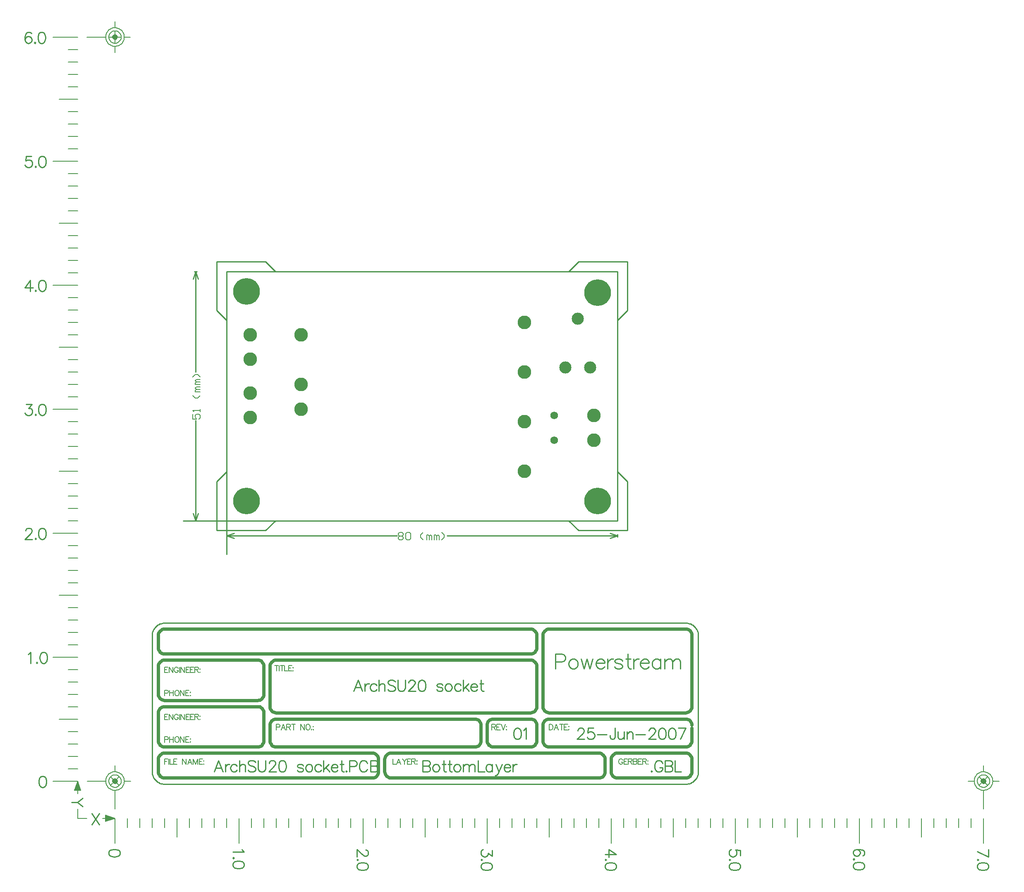
<source format=gbl>
%FSLAX23Y23*%
%MOIN*%
G70*
G01*
G75*
%ADD10C,0.040*%
%ADD11C,0.010*%
%ADD12C,0.030*%
%ADD13C,0.060*%
%ADD14C,0.009*%
%ADD15C,0.025*%
%ADD16C,0.008*%
%ADD17C,0.005*%
%ADD18C,0.006*%
%ADD19C,0.062*%
%ADD20C,0.215*%
%ADD21C,0.098*%
%ADD22C,0.110*%
%ADD23C,0.110*%
D11*
X11868Y6647D02*
X11868Y6657D01*
X11867Y6666D01*
X11864Y6676D01*
X11861Y6685D01*
X11857Y6694D01*
X11852Y6702D01*
X11846Y6710D01*
X11839Y6718D01*
X11832Y6724D01*
X11824Y6730D01*
X11816Y6735D01*
X11807Y6739D01*
X11798Y6742D01*
X11788Y6745D01*
X11778Y6746D01*
X11768Y6747D01*
Y5447D02*
X11778Y5447D01*
X11788Y5449D01*
X11798Y5451D01*
X11807Y5454D01*
X11816Y5459D01*
X11824Y5464D01*
X11832Y5470D01*
X11839Y5476D01*
X11846Y5483D01*
X11852Y5491D01*
X11857Y5500D01*
X11861Y5509D01*
X11864Y5518D01*
X11867Y5527D01*
X11868Y5537D01*
X11868Y5547D01*
X7468Y5548D02*
X7469Y5538D01*
X7470Y5528D01*
X7473Y5519D01*
X7476Y5510D01*
X7480Y5501D01*
X7485Y5492D01*
X7491Y5484D01*
X7497Y5477D01*
X7505Y5470D01*
X7512Y5464D01*
X7521Y5459D01*
X7530Y5455D01*
X7539Y5452D01*
X7548Y5449D01*
X7558Y5447D01*
X7568Y5447D01*
X7568Y6747D02*
X7559Y6746D01*
X7549Y6745D01*
X7539Y6742D01*
X7530Y6739D01*
X7521Y6735D01*
X7513Y6730D01*
X7505Y6724D01*
X7498Y6718D01*
X7491Y6710D01*
X7485Y6702D01*
X7480Y6694D01*
X7476Y6685D01*
X7473Y6676D01*
X7470Y6666D01*
X7469Y6657D01*
X7468Y6647D01*
Y5547D02*
Y6647D01*
X11868Y5547D02*
Y6647D01*
X7568Y6747D02*
X11768D01*
X7568Y5447D02*
X11768D01*
X8068Y7572D02*
Y9580D01*
X11218Y7572D02*
Y9580D01*
X8068D02*
X11218D01*
X8068Y7572D02*
X11218D01*
Y7442D02*
Y7462D01*
X8068Y7442D02*
Y7462D01*
X11158Y7432D02*
X11218Y7452D01*
X11158Y7472D02*
X11218Y7452D01*
X8068D02*
X8128Y7432D01*
X8068Y7452D02*
X8128Y7472D01*
X9844Y7452D02*
X11218D01*
X8068D02*
X9442D01*
X8068Y7302D02*
Y7572D01*
X7808Y9580D02*
X7828D01*
X7808Y7572D02*
X7828D01*
X7818Y9580D02*
X7838Y9520D01*
X7798D02*
X7818Y9580D01*
Y7572D02*
X7838Y7632D01*
X7798D02*
X7818Y7572D01*
Y8772D02*
Y9580D01*
Y7572D02*
Y8380D01*
X7718Y7572D02*
X8068D01*
Y7966D01*
Y7572D02*
X8462D01*
X7990Y7493D02*
Y7887D01*
Y7493D02*
X8383D01*
X8460Y7572D02*
X8462D01*
X8383Y7493D02*
X8462Y7572D01*
X8068Y7966D02*
X8068D01*
X7990Y7887D02*
X8068Y7966D01*
Y9582D02*
X8462D01*
X8068Y9188D02*
Y9582D01*
X7990Y9661D02*
X8383D01*
X7990Y9267D02*
Y9661D01*
X8068Y9188D02*
Y9190D01*
X7990Y9267D02*
X8068Y9188D01*
X8462Y9582D02*
Y9582D01*
X8383Y9661D02*
X8462Y9582D01*
X10825Y7572D02*
X11218D01*
Y7966D01*
X10904Y7493D02*
X11297D01*
Y7887D01*
X11218Y7964D02*
Y7966D01*
X11297Y7887D01*
X10825Y7572D02*
Y7572D01*
X10904Y7493D01*
X11218Y9188D02*
Y9582D01*
X10825D02*
X11218D01*
X11297Y9267D02*
Y9661D01*
X10904D02*
X11297D01*
X10825Y9582D02*
X10826D01*
X10825D02*
X10904Y9661D01*
X11218Y9188D02*
X11219D01*
X11218D02*
X11297Y9267D01*
D14*
X11493Y5555D02*
X11488Y5551D01*
X11493Y5547D01*
X11497Y5551D01*
X11493Y5555D01*
X11581Y5615D02*
X11577Y5624D01*
X11568Y5633D01*
X11560Y5637D01*
X11542D01*
X11534Y5633D01*
X11525Y5624D01*
X11521Y5615D01*
X11517Y5603D01*
Y5581D01*
X11521Y5568D01*
X11525Y5560D01*
X11534Y5551D01*
X11542Y5547D01*
X11560D01*
X11568Y5551D01*
X11577Y5560D01*
X11581Y5568D01*
Y5581D01*
X11560D02*
X11581D01*
X11602Y5637D02*
Y5547D01*
Y5637D02*
X11640D01*
X11653Y5633D01*
X11657Y5628D01*
X11662Y5620D01*
Y5611D01*
X11657Y5603D01*
X11653Y5598D01*
X11640Y5594D01*
X11602D02*
X11640D01*
X11653Y5590D01*
X11657Y5585D01*
X11662Y5577D01*
Y5564D01*
X11657Y5555D01*
X11653Y5551D01*
X11640Y5547D01*
X11602D01*
X11682Y5637D02*
Y5547D01*
X11733D01*
X9162Y6197D02*
X9128Y6287D01*
X9093Y6197D01*
X9106Y6227D02*
X9149D01*
X9183Y6257D02*
Y6197D01*
Y6231D02*
X9187Y6244D01*
X9196Y6253D01*
X9204Y6257D01*
X9217D01*
X9277Y6244D02*
X9268Y6253D01*
X9260Y6257D01*
X9247D01*
X9238Y6253D01*
X9230Y6244D01*
X9225Y6231D01*
Y6223D01*
X9230Y6210D01*
X9238Y6201D01*
X9247Y6197D01*
X9260D01*
X9268Y6201D01*
X9277Y6210D01*
X9296Y6287D02*
Y6197D01*
Y6240D02*
X9309Y6253D01*
X9318Y6257D01*
X9330D01*
X9339Y6253D01*
X9343Y6240D01*
Y6197D01*
X9427Y6274D02*
X9418Y6282D01*
X9405Y6287D01*
X9388D01*
X9375Y6282D01*
X9367Y6274D01*
Y6265D01*
X9371Y6257D01*
X9375Y6253D01*
X9384Y6248D01*
X9410Y6240D01*
X9418Y6235D01*
X9423Y6231D01*
X9427Y6223D01*
Y6210D01*
X9418Y6201D01*
X9405Y6197D01*
X9388D01*
X9375Y6201D01*
X9367Y6210D01*
X9447Y6287D02*
Y6223D01*
X9451Y6210D01*
X9460Y6201D01*
X9473Y6197D01*
X9481D01*
X9494Y6201D01*
X9503Y6210D01*
X9507Y6223D01*
Y6287D01*
X9536Y6265D02*
Y6270D01*
X9540Y6278D01*
X9545Y6282D01*
X9553Y6287D01*
X9570D01*
X9579Y6282D01*
X9583Y6278D01*
X9588Y6270D01*
Y6261D01*
X9583Y6253D01*
X9575Y6240D01*
X9532Y6197D01*
X9592D01*
X9638Y6287D02*
X9625Y6282D01*
X9616Y6270D01*
X9612Y6248D01*
Y6235D01*
X9616Y6214D01*
X9625Y6201D01*
X9638Y6197D01*
X9646D01*
X9659Y6201D01*
X9668Y6214D01*
X9672Y6235D01*
Y6248D01*
X9668Y6270D01*
X9659Y6282D01*
X9646Y6287D01*
X9638D01*
X9810Y6244D02*
X9806Y6253D01*
X9793Y6257D01*
X9780D01*
X9767Y6253D01*
X9763Y6244D01*
X9767Y6235D01*
X9776Y6231D01*
X9797Y6227D01*
X9806Y6223D01*
X9810Y6214D01*
Y6210D01*
X9806Y6201D01*
X9793Y6197D01*
X9780D01*
X9767Y6201D01*
X9763Y6210D01*
X9850Y6257D02*
X9842Y6253D01*
X9833Y6244D01*
X9829Y6231D01*
Y6223D01*
X9833Y6210D01*
X9842Y6201D01*
X9850Y6197D01*
X9863D01*
X9872Y6201D01*
X9880Y6210D01*
X9884Y6223D01*
Y6231D01*
X9880Y6244D01*
X9872Y6253D01*
X9863Y6257D01*
X9850D01*
X9956Y6244D02*
X9947Y6253D01*
X9938Y6257D01*
X9926D01*
X9917Y6253D01*
X9908Y6244D01*
X9904Y6231D01*
Y6223D01*
X9908Y6210D01*
X9917Y6201D01*
X9926Y6197D01*
X9938D01*
X9947Y6201D01*
X9956Y6210D01*
X9975Y6287D02*
Y6197D01*
X10018Y6257D02*
X9975Y6214D01*
X9992Y6231D02*
X10022Y6197D01*
X10036Y6231D02*
X10088D01*
Y6240D01*
X10083Y6248D01*
X10079Y6253D01*
X10070Y6257D01*
X10058D01*
X10049Y6253D01*
X10040Y6244D01*
X10036Y6231D01*
Y6223D01*
X10040Y6210D01*
X10049Y6201D01*
X10058Y6197D01*
X10070D01*
X10079Y6201D01*
X10088Y6210D01*
X10120Y6287D02*
Y6214D01*
X10124Y6201D01*
X10133Y6197D01*
X10141D01*
X10107Y6257D02*
X10137D01*
X8037Y5547D02*
X8003Y5637D01*
X7968Y5547D01*
X7981Y5577D02*
X8024D01*
X8058Y5607D02*
Y5547D01*
Y5581D02*
X8062Y5594D01*
X8071Y5603D01*
X8079Y5607D01*
X8092D01*
X8152Y5594D02*
X8143Y5603D01*
X8135Y5607D01*
X8122D01*
X8113Y5603D01*
X8105Y5594D01*
X8100Y5581D01*
Y5573D01*
X8105Y5560D01*
X8113Y5551D01*
X8122Y5547D01*
X8135D01*
X8143Y5551D01*
X8152Y5560D01*
X8171Y5637D02*
Y5547D01*
Y5590D02*
X8184Y5603D01*
X8193Y5607D01*
X8205D01*
X8214Y5603D01*
X8218Y5590D01*
Y5547D01*
X8302Y5624D02*
X8293Y5633D01*
X8280Y5637D01*
X8263D01*
X8250Y5633D01*
X8242Y5624D01*
Y5615D01*
X8246Y5607D01*
X8250Y5603D01*
X8259Y5598D01*
X8285Y5590D01*
X8293Y5585D01*
X8298Y5581D01*
X8302Y5573D01*
Y5560D01*
X8293Y5551D01*
X8280Y5547D01*
X8263D01*
X8250Y5551D01*
X8242Y5560D01*
X8322Y5637D02*
Y5573D01*
X8326Y5560D01*
X8335Y5551D01*
X8348Y5547D01*
X8356D01*
X8369Y5551D01*
X8378Y5560D01*
X8382Y5573D01*
Y5637D01*
X8411Y5615D02*
Y5620D01*
X8415Y5628D01*
X8420Y5633D01*
X8428Y5637D01*
X8445D01*
X8454Y5633D01*
X8458Y5628D01*
X8463Y5620D01*
Y5611D01*
X8458Y5603D01*
X8450Y5590D01*
X8407Y5547D01*
X8467D01*
X8513Y5637D02*
X8500Y5633D01*
X8491Y5620D01*
X8487Y5598D01*
Y5585D01*
X8491Y5564D01*
X8500Y5551D01*
X8513Y5547D01*
X8521D01*
X8534Y5551D01*
X8543Y5564D01*
X8547Y5585D01*
Y5598D01*
X8543Y5620D01*
X8534Y5633D01*
X8521Y5637D01*
X8513D01*
X8685Y5594D02*
X8681Y5603D01*
X8668Y5607D01*
X8655D01*
X8642Y5603D01*
X8638Y5594D01*
X8642Y5585D01*
X8651Y5581D01*
X8672Y5577D01*
X8681Y5573D01*
X8685Y5564D01*
Y5560D01*
X8681Y5551D01*
X8668Y5547D01*
X8655D01*
X8642Y5551D01*
X8638Y5560D01*
X8725Y5607D02*
X8717Y5603D01*
X8708Y5594D01*
X8704Y5581D01*
Y5573D01*
X8708Y5560D01*
X8717Y5551D01*
X8725Y5547D01*
X8738D01*
X8747Y5551D01*
X8755Y5560D01*
X8759Y5573D01*
Y5581D01*
X8755Y5594D01*
X8747Y5603D01*
X8738Y5607D01*
X8725D01*
X8831Y5594D02*
X8822Y5603D01*
X8813Y5607D01*
X8801D01*
X8792Y5603D01*
X8783Y5594D01*
X8779Y5581D01*
Y5573D01*
X8783Y5560D01*
X8792Y5551D01*
X8801Y5547D01*
X8813D01*
X8822Y5551D01*
X8831Y5560D01*
X8850Y5637D02*
Y5547D01*
X8893Y5607D02*
X8850Y5564D01*
X8867Y5581D02*
X8897Y5547D01*
X8911Y5581D02*
X8963D01*
Y5590D01*
X8958Y5598D01*
X8954Y5603D01*
X8945Y5607D01*
X8933D01*
X8924Y5603D01*
X8915Y5594D01*
X8911Y5581D01*
Y5573D01*
X8915Y5560D01*
X8924Y5551D01*
X8933Y5547D01*
X8945D01*
X8954Y5551D01*
X8963Y5560D01*
X8995Y5637D02*
Y5564D01*
X8999Y5551D01*
X9008Y5547D01*
X9016D01*
X8982Y5607D02*
X9012D01*
X9033Y5555D02*
X9029Y5551D01*
X9033Y5547D01*
X9038Y5551D01*
X9033Y5555D01*
X9057Y5590D02*
X9096D01*
X9109Y5594D01*
X9113Y5598D01*
X9117Y5607D01*
Y5620D01*
X9113Y5628D01*
X9109Y5633D01*
X9096Y5637D01*
X9057D01*
Y5547D01*
X9202Y5615D02*
X9197Y5624D01*
X9189Y5633D01*
X9180Y5637D01*
X9163D01*
X9155Y5633D01*
X9146Y5624D01*
X9142Y5615D01*
X9137Y5603D01*
Y5581D01*
X9142Y5568D01*
X9146Y5560D01*
X9155Y5551D01*
X9163Y5547D01*
X9180D01*
X9189Y5551D01*
X9197Y5560D01*
X9202Y5568D01*
X9227Y5637D02*
Y5547D01*
Y5637D02*
X9266D01*
X9278Y5633D01*
X9283Y5628D01*
X9287Y5620D01*
Y5611D01*
X9283Y5603D01*
X9278Y5598D01*
X9266Y5594D01*
X9227D02*
X9266D01*
X9278Y5590D01*
X9283Y5585D01*
X9287Y5577D01*
Y5564D01*
X9283Y5555D01*
X9278Y5551D01*
X9266Y5547D01*
X9227D01*
X9648Y5637D02*
Y5547D01*
Y5637D02*
X9687D01*
X9700Y5633D01*
X9704Y5628D01*
X9708Y5620D01*
Y5611D01*
X9704Y5603D01*
X9700Y5598D01*
X9687Y5594D01*
X9648D02*
X9687D01*
X9700Y5590D01*
X9704Y5585D01*
X9708Y5577D01*
Y5564D01*
X9704Y5555D01*
X9700Y5551D01*
X9687Y5547D01*
X9648D01*
X9750Y5607D02*
X9741Y5603D01*
X9733Y5594D01*
X9729Y5581D01*
Y5573D01*
X9733Y5560D01*
X9741Y5551D01*
X9750Y5547D01*
X9763D01*
X9771Y5551D01*
X9780Y5560D01*
X9784Y5573D01*
Y5581D01*
X9780Y5594D01*
X9771Y5603D01*
X9763Y5607D01*
X9750D01*
X9817Y5637D02*
Y5564D01*
X9821Y5551D01*
X9830Y5547D01*
X9838D01*
X9804Y5607D02*
X9834D01*
X9864Y5637D02*
Y5564D01*
X9868Y5551D01*
X9877Y5547D01*
X9885D01*
X9851Y5607D02*
X9881D01*
X9920D02*
X9911Y5603D01*
X9903Y5594D01*
X9898Y5581D01*
Y5573D01*
X9903Y5560D01*
X9911Y5551D01*
X9920Y5547D01*
X9933D01*
X9941Y5551D01*
X9950Y5560D01*
X9954Y5573D01*
Y5581D01*
X9950Y5594D01*
X9941Y5603D01*
X9933Y5607D01*
X9920D01*
X9974D02*
Y5547D01*
Y5590D02*
X9987Y5603D01*
X9995Y5607D01*
X10008D01*
X10017Y5603D01*
X10021Y5590D01*
Y5547D01*
Y5590D02*
X10034Y5603D01*
X10042Y5607D01*
X10055D01*
X10064Y5603D01*
X10068Y5590D01*
Y5547D01*
X10096Y5637D02*
Y5547D01*
X10148D01*
X10209Y5607D02*
Y5547D01*
Y5594D02*
X10200Y5603D01*
X10192Y5607D01*
X10179D01*
X10170Y5603D01*
X10162Y5594D01*
X10158Y5581D01*
Y5573D01*
X10162Y5560D01*
X10170Y5551D01*
X10179Y5547D01*
X10192D01*
X10200Y5551D01*
X10209Y5560D01*
X10237Y5607D02*
X10263Y5547D01*
X10289Y5607D02*
X10263Y5547D01*
X10254Y5530D01*
X10246Y5521D01*
X10237Y5517D01*
X10233D01*
X10304Y5581D02*
X10355D01*
Y5590D01*
X10351Y5598D01*
X10346Y5603D01*
X10338Y5607D01*
X10325D01*
X10316Y5603D01*
X10308Y5594D01*
X10304Y5581D01*
Y5573D01*
X10308Y5560D01*
X10316Y5551D01*
X10325Y5547D01*
X10338D01*
X10346Y5551D01*
X10355Y5560D01*
X10374Y5607D02*
Y5547D01*
Y5581D02*
X10379Y5594D01*
X10387Y5603D01*
X10396Y5607D01*
X10409D01*
X10407Y5899D02*
X10394Y5895D01*
X10385Y5882D01*
X10381Y5861D01*
Y5848D01*
X10385Y5826D01*
X10394Y5814D01*
X10407Y5809D01*
X10415D01*
X10428Y5814D01*
X10437Y5826D01*
X10441Y5848D01*
Y5861D01*
X10437Y5882D01*
X10428Y5895D01*
X10415Y5899D01*
X10407D01*
X10461Y5882D02*
X10470Y5886D01*
X10483Y5899D01*
Y5809D01*
X10718Y6434D02*
X10770D01*
X10787Y6440D01*
X10793Y6445D01*
X10798Y6457D01*
Y6474D01*
X10793Y6485D01*
X10787Y6491D01*
X10770Y6497D01*
X10718D01*
Y6377D01*
X10854Y6457D02*
X10842Y6451D01*
X10831Y6440D01*
X10825Y6423D01*
Y6411D01*
X10831Y6394D01*
X10842Y6383D01*
X10854Y6377D01*
X10871D01*
X10882Y6383D01*
X10894Y6394D01*
X10900Y6411D01*
Y6423D01*
X10894Y6440D01*
X10882Y6451D01*
X10871Y6457D01*
X10854D01*
X10926D02*
X10949Y6377D01*
X10972Y6457D02*
X10949Y6377D01*
X10972Y6457D02*
X10994Y6377D01*
X11017Y6457D02*
X10994Y6377D01*
X11045Y6423D02*
X11114D01*
Y6434D01*
X11108Y6445D01*
X11102Y6451D01*
X11091Y6457D01*
X11074D01*
X11062Y6451D01*
X11051Y6440D01*
X11045Y6423D01*
Y6411D01*
X11051Y6394D01*
X11062Y6383D01*
X11074Y6377D01*
X11091D01*
X11102Y6383D01*
X11114Y6394D01*
X11140Y6457D02*
Y6377D01*
Y6423D02*
X11145Y6440D01*
X11157Y6451D01*
X11168Y6457D01*
X11185D01*
X11259Y6440D02*
X11253Y6451D01*
X11236Y6457D01*
X11219D01*
X11202Y6451D01*
X11196Y6440D01*
X11202Y6428D01*
X11213Y6423D01*
X11242Y6417D01*
X11253Y6411D01*
X11259Y6400D01*
Y6394D01*
X11253Y6383D01*
X11236Y6377D01*
X11219D01*
X11202Y6383D01*
X11196Y6394D01*
X11301Y6497D02*
Y6400D01*
X11307Y6383D01*
X11318Y6377D01*
X11330D01*
X11284Y6457D02*
X11324D01*
X11347D02*
Y6377D01*
Y6423D02*
X11353Y6440D01*
X11364Y6451D01*
X11375Y6457D01*
X11393D01*
X11403Y6423D02*
X11472D01*
Y6434D01*
X11466Y6445D01*
X11461Y6451D01*
X11449Y6457D01*
X11432D01*
X11421Y6451D01*
X11409Y6440D01*
X11403Y6423D01*
Y6411D01*
X11409Y6394D01*
X11421Y6383D01*
X11432Y6377D01*
X11449D01*
X11461Y6383D01*
X11472Y6394D01*
X11566Y6457D02*
Y6377D01*
Y6440D02*
X11555Y6451D01*
X11543Y6457D01*
X11526D01*
X11515Y6451D01*
X11503Y6440D01*
X11498Y6423D01*
Y6411D01*
X11503Y6394D01*
X11515Y6383D01*
X11526Y6377D01*
X11543D01*
X11555Y6383D01*
X11566Y6394D01*
X11598Y6457D02*
Y6377D01*
Y6434D02*
X11615Y6451D01*
X11627Y6457D01*
X11644D01*
X11655Y6451D01*
X11661Y6434D01*
Y6377D01*
Y6434D02*
X11678Y6451D01*
X11690Y6457D01*
X11707D01*
X11718Y6451D01*
X11724Y6434D01*
Y6377D01*
X10898Y5878D02*
Y5882D01*
X10902Y5891D01*
X10906Y5895D01*
X10915Y5899D01*
X10932D01*
X10941Y5895D01*
X10945Y5891D01*
X10949Y5882D01*
Y5874D01*
X10945Y5865D01*
X10936Y5852D01*
X10893Y5809D01*
X10953D01*
X11025Y5899D02*
X10982D01*
X10978Y5861D01*
X10982Y5865D01*
X10995Y5869D01*
X11008D01*
X11021Y5865D01*
X11029Y5856D01*
X11034Y5844D01*
Y5835D01*
X11029Y5822D01*
X11021Y5814D01*
X11008Y5809D01*
X10995D01*
X10982Y5814D01*
X10978Y5818D01*
X10974Y5826D01*
X11054Y5848D02*
X11131D01*
X11200Y5899D02*
Y5831D01*
X11196Y5818D01*
X11192Y5814D01*
X11183Y5809D01*
X11175D01*
X11166Y5814D01*
X11162Y5818D01*
X11157Y5831D01*
Y5839D01*
X11223Y5869D02*
Y5826D01*
X11228Y5814D01*
X11236Y5809D01*
X11249D01*
X11258Y5814D01*
X11271Y5826D01*
Y5869D02*
Y5809D01*
X11294Y5869D02*
Y5809D01*
Y5852D02*
X11307Y5865D01*
X11316Y5869D01*
X11328D01*
X11337Y5865D01*
X11341Y5852D01*
Y5809D01*
X11365Y5848D02*
X11442D01*
X11473Y5878D02*
Y5882D01*
X11477Y5891D01*
X11481Y5895D01*
X11490Y5899D01*
X11507D01*
X11516Y5895D01*
X11520Y5891D01*
X11524Y5882D01*
Y5874D01*
X11520Y5865D01*
X11511Y5852D01*
X11469Y5809D01*
X11529D01*
X11574Y5899D02*
X11561Y5895D01*
X11553Y5882D01*
X11549Y5861D01*
Y5848D01*
X11553Y5826D01*
X11561Y5814D01*
X11574Y5809D01*
X11583D01*
X11596Y5814D01*
X11604Y5826D01*
X11609Y5848D01*
Y5861D01*
X11604Y5882D01*
X11596Y5895D01*
X11583Y5899D01*
X11574D01*
X11654D02*
X11642Y5895D01*
X11633Y5882D01*
X11629Y5861D01*
Y5848D01*
X11633Y5826D01*
X11642Y5814D01*
X11654Y5809D01*
X11663D01*
X11676Y5814D01*
X11684Y5826D01*
X11689Y5848D01*
Y5861D01*
X11684Y5882D01*
X11676Y5895D01*
X11663Y5899D01*
X11654D01*
X11769D02*
X11726Y5809D01*
X11709Y5899D02*
X11769D01*
X6908Y5334D02*
X6866Y5300D01*
X6818D01*
X6908Y5266D02*
X6866Y5300D01*
X6981Y5212D02*
X7041Y5122D01*
Y5212D02*
X6981Y5122D01*
X13196Y4870D02*
X13204Y4875D01*
X13208Y4888D01*
Y4896D01*
X13204Y4909D01*
X13191Y4918D01*
X13170Y4922D01*
X13148D01*
X13131Y4918D01*
X13123Y4909D01*
X13118Y4896D01*
Y4892D01*
X13123Y4879D01*
X13131Y4870D01*
X13144Y4866D01*
X13148D01*
X13161Y4870D01*
X13170Y4879D01*
X13174Y4892D01*
Y4896D01*
X13170Y4909D01*
X13161Y4918D01*
X13148Y4922D01*
X13127Y4842D02*
X13123Y4846D01*
X13118Y4842D01*
X13123Y4838D01*
X13127Y4842D01*
X13208Y4792D02*
X13204Y4805D01*
X13191Y4814D01*
X13170Y4818D01*
X13157D01*
X13136Y4814D01*
X13123Y4805D01*
X13118Y4792D01*
Y4784D01*
X13123Y4771D01*
X13136Y4762D01*
X13157Y4758D01*
X13170D01*
X13191Y4762D01*
X13204Y4771D01*
X13208Y4784D01*
Y4792D01*
X11208Y4879D02*
X11148Y4922D01*
Y4858D01*
X11208Y4879D02*
X11118D01*
X11127Y4837D02*
X11123Y4842D01*
X11118Y4837D01*
X11123Y4833D01*
X11127Y4837D01*
X11208Y4788D02*
X11204Y4801D01*
X11191Y4809D01*
X11170Y4813D01*
X11157D01*
X11136Y4809D01*
X11123Y4801D01*
X11118Y4788D01*
Y4779D01*
X11123Y4766D01*
X11136Y4758D01*
X11157Y4753D01*
X11170D01*
X11191Y4758D01*
X11204Y4766D01*
X11208Y4779D01*
Y4788D01*
X9187Y4918D02*
X9191D01*
X9200Y4913D01*
X9204Y4909D01*
X9208Y4900D01*
Y4883D01*
X9204Y4875D01*
X9200Y4870D01*
X9191Y4866D01*
X9183D01*
X9174Y4870D01*
X9161Y4879D01*
X9118Y4922D01*
Y4862D01*
X9127Y4837D02*
X9123Y4842D01*
X9118Y4837D01*
X9123Y4833D01*
X9127Y4837D01*
X9208Y4788D02*
X9204Y4801D01*
X9191Y4809D01*
X9170Y4813D01*
X9157D01*
X9136Y4809D01*
X9123Y4801D01*
X9118Y4788D01*
Y4779D01*
X9123Y4766D01*
X9136Y4758D01*
X9157Y4753D01*
X9170D01*
X9191Y4758D01*
X9204Y4766D01*
X9208Y4779D01*
Y4788D01*
X7208Y4896D02*
X7204Y4909D01*
X7191Y4918D01*
X7170Y4922D01*
X7157D01*
X7136Y4918D01*
X7123Y4909D01*
X7118Y4896D01*
Y4888D01*
X7123Y4875D01*
X7136Y4866D01*
X7157Y4862D01*
X7170D01*
X7191Y4866D01*
X7204Y4875D01*
X7208Y4888D01*
Y4896D01*
X8191Y4922D02*
X8196Y4913D01*
X8208Y4900D01*
X8118D01*
X8127Y4852D02*
X8123Y4856D01*
X8118Y4852D01*
X8123Y4847D01*
X8127Y4852D01*
X8208Y4802D02*
X8204Y4815D01*
X8191Y4823D01*
X8170Y4828D01*
X8157D01*
X8136Y4823D01*
X8123Y4815D01*
X8118Y4802D01*
Y4793D01*
X8123Y4780D01*
X8136Y4772D01*
X8157Y4768D01*
X8170D01*
X8191Y4772D01*
X8204Y4780D01*
X8208Y4793D01*
Y4802D01*
X10208Y4913D02*
Y4866D01*
X10174Y4892D01*
Y4879D01*
X10170Y4870D01*
X10166Y4866D01*
X10153Y4862D01*
X10144D01*
X10131Y4866D01*
X10123Y4875D01*
X10118Y4888D01*
Y4900D01*
X10123Y4913D01*
X10127Y4918D01*
X10136Y4922D01*
X10127Y4837D02*
X10123Y4842D01*
X10118Y4837D01*
X10123Y4833D01*
X10127Y4837D01*
X10208Y4788D02*
X10204Y4801D01*
X10191Y4809D01*
X10170Y4813D01*
X10157D01*
X10136Y4809D01*
X10123Y4801D01*
X10118Y4788D01*
Y4779D01*
X10123Y4766D01*
X10136Y4758D01*
X10157Y4753D01*
X10170D01*
X10191Y4758D01*
X10204Y4766D01*
X10208Y4779D01*
Y4788D01*
X12208Y4870D02*
Y4913D01*
X12170Y4918D01*
X12174Y4913D01*
X12178Y4900D01*
Y4888D01*
X12174Y4875D01*
X12166Y4866D01*
X12153Y4862D01*
X12144D01*
X12131Y4866D01*
X12123Y4875D01*
X12118Y4888D01*
Y4900D01*
X12123Y4913D01*
X12127Y4918D01*
X12136Y4922D01*
X12127Y4837D02*
X12123Y4842D01*
X12118Y4837D01*
X12123Y4833D01*
X12127Y4837D01*
X12208Y4788D02*
X12204Y4801D01*
X12191Y4809D01*
X12170Y4813D01*
X12157D01*
X12136Y4809D01*
X12123Y4801D01*
X12118Y4788D01*
Y4779D01*
X12123Y4766D01*
X12136Y4758D01*
X12157Y4753D01*
X12170D01*
X12191Y4758D01*
X12204Y4766D01*
X12208Y4779D01*
Y4788D01*
X14208Y4862D02*
X14118Y4905D01*
X14208Y4922D02*
Y4862D01*
X14127Y4837D02*
X14123Y4842D01*
X14118Y4837D01*
X14123Y4833D01*
X14127Y4837D01*
X14208Y4788D02*
X14204Y4801D01*
X14191Y4809D01*
X14170Y4813D01*
X14157D01*
X14136Y4809D01*
X14123Y4801D01*
X14118Y4788D01*
Y4779D01*
X14123Y4766D01*
X14136Y4758D01*
X14157Y4753D01*
X14170D01*
X14191Y4758D01*
X14204Y4766D01*
X14208Y4779D01*
Y4788D01*
X6495Y10512D02*
X6452D01*
X6448Y10473D01*
X6452Y10478D01*
X6465Y10482D01*
X6478D01*
X6491Y10478D01*
X6499Y10469D01*
X6503Y10456D01*
Y10448D01*
X6499Y10435D01*
X6491Y10426D01*
X6478Y10422D01*
X6465D01*
X6452Y10426D01*
X6448Y10430D01*
X6443Y10439D01*
X6528Y10430D02*
X6524Y10426D01*
X6528Y10422D01*
X6532Y10426D01*
X6528Y10430D01*
X6578Y10512D02*
X6565Y10507D01*
X6556Y10495D01*
X6552Y10473D01*
Y10460D01*
X6556Y10439D01*
X6565Y10426D01*
X6578Y10422D01*
X6586D01*
X6599Y10426D01*
X6608Y10439D01*
X6612Y10460D01*
Y10473D01*
X6608Y10495D01*
X6599Y10507D01*
X6586Y10512D01*
X6578D01*
X6452Y8512D02*
X6499D01*
X6473Y8478D01*
X6486D01*
X6495Y8473D01*
X6499Y8469D01*
X6503Y8456D01*
Y8448D01*
X6499Y8435D01*
X6491Y8426D01*
X6478Y8422D01*
X6465D01*
X6452Y8426D01*
X6448Y8430D01*
X6443Y8439D01*
X6528Y8430D02*
X6524Y8426D01*
X6528Y8422D01*
X6532Y8426D01*
X6528Y8430D01*
X6578Y8512D02*
X6565Y8507D01*
X6556Y8495D01*
X6552Y8473D01*
Y8460D01*
X6556Y8439D01*
X6565Y8426D01*
X6578Y8422D01*
X6586D01*
X6599Y8426D01*
X6608Y8439D01*
X6612Y8460D01*
Y8473D01*
X6608Y8495D01*
X6599Y8507D01*
X6586Y8512D01*
X6578D01*
X6468Y6495D02*
X6477Y6499D01*
X6490Y6512D01*
Y6422D01*
X6539Y6430D02*
X6534Y6426D01*
X6539Y6422D01*
X6543Y6426D01*
X6539Y6430D01*
X6588Y6512D02*
X6576Y6508D01*
X6567Y6495D01*
X6563Y6473D01*
Y6460D01*
X6567Y6439D01*
X6576Y6426D01*
X6588Y6422D01*
X6597D01*
X6610Y6426D01*
X6618Y6439D01*
X6623Y6460D01*
Y6473D01*
X6618Y6495D01*
X6610Y6508D01*
X6597Y6512D01*
X6588D01*
X6582Y5512D02*
X6569Y5508D01*
X6560Y5495D01*
X6556Y5473D01*
Y5460D01*
X6560Y5439D01*
X6569Y5426D01*
X6582Y5422D01*
X6590D01*
X6603Y5426D01*
X6612Y5439D01*
X6616Y5460D01*
Y5473D01*
X6612Y5495D01*
X6603Y5508D01*
X6590Y5512D01*
X6582D01*
X6448Y7490D02*
Y7495D01*
X6452Y7503D01*
X6456Y7508D01*
X6465Y7512D01*
X6482D01*
X6491Y7508D01*
X6495Y7503D01*
X6499Y7495D01*
Y7486D01*
X6495Y7478D01*
X6486Y7465D01*
X6443Y7422D01*
X6503D01*
X6528Y7430D02*
X6524Y7426D01*
X6528Y7422D01*
X6532Y7426D01*
X6528Y7430D01*
X6578Y7512D02*
X6565Y7508D01*
X6556Y7495D01*
X6552Y7473D01*
Y7460D01*
X6556Y7439D01*
X6565Y7426D01*
X6578Y7422D01*
X6586D01*
X6599Y7426D01*
X6608Y7439D01*
X6612Y7460D01*
Y7473D01*
X6608Y7495D01*
X6599Y7508D01*
X6586Y7512D01*
X6578D01*
X6486Y9512D02*
X6443Y9452D01*
X6508D01*
X6486Y9512D02*
Y9422D01*
X6528Y9430D02*
X6524Y9426D01*
X6528Y9422D01*
X6532Y9426D01*
X6528Y9430D01*
X6578Y9512D02*
X6565Y9507D01*
X6556Y9495D01*
X6552Y9473D01*
Y9460D01*
X6556Y9439D01*
X6565Y9426D01*
X6578Y9422D01*
X6586D01*
X6599Y9426D01*
X6608Y9439D01*
X6612Y9460D01*
Y9473D01*
X6608Y9495D01*
X6599Y9507D01*
X6586Y9512D01*
X6578D01*
X6495Y11499D02*
X6491Y11507D01*
X6478Y11512D01*
X6469D01*
X6456Y11507D01*
X6448Y11495D01*
X6443Y11473D01*
Y11452D01*
X6448Y11435D01*
X6456Y11426D01*
X6469Y11422D01*
X6473D01*
X6486Y11426D01*
X6495Y11435D01*
X6499Y11448D01*
Y11452D01*
X6495Y11465D01*
X6486Y11473D01*
X6473Y11478D01*
X6469D01*
X6456Y11473D01*
X6448Y11465D01*
X6443Y11452D01*
X6523Y11430D02*
X6519Y11426D01*
X6523Y11422D01*
X6527Y11426D01*
X6523Y11430D01*
X6573Y11512D02*
X6560Y11507D01*
X6551Y11495D01*
X6547Y11473D01*
Y11460D01*
X6551Y11439D01*
X6560Y11426D01*
X6573Y11422D01*
X6581D01*
X6594Y11426D01*
X6603Y11439D01*
X6607Y11460D01*
Y11473D01*
X6603Y11495D01*
X6594Y11507D01*
X6581Y11512D01*
X6573D01*
D15*
X9293Y5647D02*
X9293Y5657D01*
X9290Y5666D01*
X9285Y5675D01*
X9279Y5682D01*
X9271Y5688D01*
X9263Y5693D01*
X9253Y5696D01*
X9243Y5697D01*
X9245Y5497D02*
X9254Y5498D01*
X9264Y5500D01*
X9272Y5505D01*
X9280Y5511D01*
X9286Y5519D01*
X9290Y5527D01*
X9293Y5537D01*
X9293Y5546D01*
X9393Y5697D02*
X9384Y5696D01*
X9374Y5693D01*
X9366Y5688D01*
X9358Y5682D01*
X9352Y5675D01*
X9347Y5666D01*
X9344Y5657D01*
X9343Y5647D01*
Y5547D02*
X9344Y5537D01*
X9347Y5528D01*
X9352Y5519D01*
X9358Y5512D01*
X9365Y5506D01*
X9374Y5501D01*
X9383Y5498D01*
X9393Y5497D01*
X11118Y5647D02*
X11118Y5657D01*
X11115Y5666D01*
X11110Y5675D01*
X11104Y5682D01*
X11096Y5688D01*
X11088Y5693D01*
X11078Y5696D01*
X11068Y5697D01*
X11070Y5497D02*
X11079Y5498D01*
X11089Y5500D01*
X11097Y5505D01*
X11105Y5511D01*
X11111Y5519D01*
X11115Y5527D01*
X11118Y5537D01*
X11118Y5546D01*
X11168Y5546D02*
X11169Y5536D01*
X11172Y5527D01*
X11177Y5518D01*
X11183Y5511D01*
X11191Y5505D01*
X11199Y5500D01*
X11209Y5498D01*
X11218Y5497D01*
X11218Y5697D02*
X11209Y5696D01*
X11199Y5693D01*
X11191Y5688D01*
X11183Y5682D01*
X11177Y5675D01*
X11172Y5666D01*
X11169Y5657D01*
X11168Y5647D01*
X8368Y6398D02*
X8368Y6407D01*
X8365Y6417D01*
X8360Y6425D01*
X8354Y6432D01*
X8347Y6439D01*
X8338Y6443D01*
X8329Y6446D01*
X8319Y6447D01*
X8320Y6122D02*
X8330Y6123D01*
X8339Y6125D01*
X8347Y6130D01*
X8354Y6136D01*
X8360Y6143D01*
X8365Y6151D01*
X8368Y6160D01*
X8368Y6170D01*
Y6023D02*
X8368Y6033D01*
X8365Y6042D01*
X8360Y6051D01*
X8354Y6058D01*
X8346Y6064D01*
X8337Y6069D01*
X8328Y6071D01*
X8318Y6072D01*
X8418Y6071D02*
X8419Y6061D01*
X8422Y6052D01*
X8427Y6044D01*
X8433Y6036D01*
X8440Y6030D01*
X8449Y6026D01*
X8458Y6023D01*
X8467Y6022D01*
X8418Y5796D02*
X8419Y5786D01*
X8422Y5777D01*
X8427Y5769D01*
X8433Y5761D01*
X8440Y5755D01*
X8449Y5751D01*
X8458Y5748D01*
X8467Y5747D01*
X8319D02*
X8329Y5748D01*
X8338Y5751D01*
X8347Y5755D01*
X8354Y5761D01*
X8360Y5769D01*
X8365Y5777D01*
X8368Y5786D01*
X8368Y5796D01*
X10118Y5923D02*
X10118Y5932D01*
X10115Y5942D01*
X10110Y5950D01*
X10104Y5957D01*
X10097Y5964D01*
X10088Y5968D01*
X10079Y5971D01*
X10069Y5972D01*
Y5747D02*
X10079Y5748D01*
X10088Y5751D01*
X10097Y5755D01*
X10104Y5761D01*
X10111Y5769D01*
X10115Y5778D01*
X10118Y5787D01*
X10118Y5797D01*
X10168Y5798D02*
X10169Y5788D01*
X10172Y5778D01*
X10177Y5770D01*
X10183Y5762D01*
X10191Y5756D01*
X10199Y5751D01*
X10209Y5748D01*
X10219Y5747D01*
X10216Y5972D02*
X10207Y5971D01*
X10198Y5968D01*
X10189Y5963D01*
X10182Y5957D01*
X10176Y5949D01*
X10171Y5940D01*
X10169Y5931D01*
X10169Y5921D01*
X8468Y5972D02*
X8459Y5971D01*
X8449Y5968D01*
X8441Y5963D01*
X8433Y5957D01*
X8427Y5950D01*
X8422Y5941D01*
X8419Y5932D01*
X8418Y5922D01*
X8468Y6447D02*
X8459Y6446D01*
X8449Y6443D01*
X8441Y6438D01*
X8433Y6432D01*
X8427Y6425D01*
X8422Y6416D01*
X8419Y6407D01*
X8418Y6397D01*
X7518Y5797D02*
X7519Y5787D01*
X7522Y5778D01*
X7527Y5769D01*
X7533Y5762D01*
X7540Y5756D01*
X7549Y5751D01*
X7558Y5748D01*
X7568Y5747D01*
X7568Y6072D02*
X7559Y6071D01*
X7549Y6068D01*
X7541Y6063D01*
X7533Y6057D01*
X7527Y6050D01*
X7522Y6041D01*
X7519Y6032D01*
X7518Y6022D01*
Y6172D02*
X7519Y6162D01*
X7522Y6153D01*
X7527Y6144D01*
X7533Y6136D01*
X7541Y6130D01*
X7549Y6126D01*
X7559Y6123D01*
X7568Y6122D01*
Y6447D02*
X7559Y6446D01*
X7549Y6443D01*
X7541Y6438D01*
X7533Y6432D01*
X7527Y6425D01*
X7522Y6416D01*
X7519Y6407D01*
X7518Y6397D01*
Y6547D02*
X7519Y6537D01*
X7522Y6528D01*
X7527Y6519D01*
X7533Y6511D01*
X7541Y6505D01*
X7549Y6501D01*
X7559Y6498D01*
X7568Y6497D01*
Y6697D02*
X7559Y6696D01*
X7549Y6693D01*
X7541Y6688D01*
X7533Y6682D01*
X7527Y6675D01*
X7522Y6666D01*
X7519Y6657D01*
X7518Y6647D01*
X10568D02*
X10568Y6657D01*
X10565Y6666D01*
X10560Y6675D01*
X10554Y6682D01*
X10546Y6688D01*
X10538Y6693D01*
X10528Y6696D01*
X10518Y6697D01*
X10668D02*
X10659Y6696D01*
X10649Y6693D01*
X10641Y6688D01*
X10633Y6682D01*
X10627Y6675D01*
X10622Y6666D01*
X10619Y6657D01*
X10618Y6647D01*
X10518Y6497D02*
X10528Y6498D01*
X10538Y6501D01*
X10546Y6505D01*
X10554Y6511D01*
X10560Y6519D01*
X10565Y6528D01*
X10568Y6537D01*
X10568Y6547D01*
Y6397D02*
X10568Y6407D01*
X10565Y6416D01*
X10560Y6425D01*
X10554Y6432D01*
X10546Y6438D01*
X10538Y6443D01*
X10528Y6446D01*
X10518Y6447D01*
X7568Y5697D02*
X7559Y5696D01*
X7549Y5693D01*
X7541Y5688D01*
X7533Y5682D01*
X7527Y5675D01*
X7522Y5666D01*
X7519Y5657D01*
X7518Y5647D01*
X10519Y6022D02*
X10529Y6023D01*
X10538Y6026D01*
X10547Y6031D01*
X10554Y6037D01*
X10560Y6044D01*
X10565Y6053D01*
X10568Y6062D01*
X10569Y6072D01*
X7518Y5547D02*
X7519Y5537D01*
X7522Y5528D01*
X7527Y5519D01*
X7533Y5512D01*
X7540Y5506D01*
X7549Y5501D01*
X7558Y5498D01*
X7568Y5497D01*
X10568Y5923D02*
X10568Y5932D01*
X10565Y5942D01*
X10560Y5950D01*
X10554Y5957D01*
X10547Y5964D01*
X10538Y5968D01*
X10529Y5971D01*
X10519Y5972D01*
X10618Y5796D02*
X10619Y5786D01*
X10622Y5777D01*
X10627Y5768D01*
X10633Y5761D01*
X10641Y5755D01*
X10649Y5750D01*
X10659Y5748D01*
X10668Y5747D01*
X10518Y5747D02*
X10528Y5748D01*
X10538Y5751D01*
X10546Y5755D01*
X10554Y5761D01*
X10560Y5769D01*
X10565Y5778D01*
X10568Y5787D01*
X10568Y5797D01*
X11768Y5497D02*
X11778Y5498D01*
X11788Y5501D01*
X11796Y5505D01*
X11804Y5511D01*
X11810Y5519D01*
X11815Y5528D01*
X11818Y5537D01*
X11818Y5547D01*
X11818Y5648D02*
X11817Y5657D01*
X11814Y5667D01*
X11810Y5675D01*
X11804Y5682D01*
X11796Y5689D01*
X11787Y5693D01*
X11778Y5696D01*
X11768Y5697D01*
Y5747D02*
X11778Y5748D01*
X11788Y5751D01*
X11796Y5755D01*
X11804Y5761D01*
X11810Y5769D01*
X11815Y5778D01*
X11818Y5787D01*
X11818Y5797D01*
Y6648D02*
X11818Y6658D01*
X11815Y6667D01*
X11810Y6676D01*
X11804Y6683D01*
X11796Y6689D01*
X11787Y6694D01*
X11778Y6696D01*
X11768Y6697D01*
X10618Y6072D02*
X10619Y6062D01*
X10622Y6053D01*
X10627Y6044D01*
X10633Y6036D01*
X10641Y6030D01*
X10649Y6026D01*
X10659Y6023D01*
X10668Y6022D01*
X11768D02*
X11778Y6023D01*
X11788Y6026D01*
X11796Y6030D01*
X11804Y6036D01*
X11810Y6044D01*
X11815Y6053D01*
X11818Y6062D01*
X11818Y6072D01*
X10668Y5972D02*
X10659Y5971D01*
X10649Y5968D01*
X10641Y5963D01*
X10633Y5957D01*
X10627Y5950D01*
X10622Y5941D01*
X10619Y5932D01*
X10618Y5922D01*
X11818Y5923D02*
X11818Y5932D01*
X11815Y5942D01*
X11810Y5950D01*
X11804Y5957D01*
X11797Y5964D01*
X11788Y5968D01*
X11779Y5971D01*
X11769Y5972D01*
X10618Y5797D02*
Y5922D01*
X11818Y6072D02*
Y6647D01*
X10618Y6072D02*
Y6647D01*
X7518Y5547D02*
Y5647D01*
X11818Y5797D02*
Y5897D01*
Y5547D02*
Y5647D01*
X10568Y5797D02*
Y5922D01*
X10168Y5797D02*
Y5922D01*
X8418Y5797D02*
Y5922D01*
X10118Y5797D02*
Y5922D01*
X8418Y6072D02*
Y6397D01*
X10568Y6072D02*
Y6397D01*
Y6547D02*
Y6647D01*
X7518Y6547D02*
Y6647D01*
X8368Y6172D02*
Y6397D01*
X7518Y6172D02*
Y6397D01*
X8368Y5797D02*
Y6022D01*
X7518Y5797D02*
Y6022D01*
X11168Y5547D02*
Y5647D01*
X11118Y5547D02*
Y5647D01*
X9343Y5547D02*
Y5647D01*
X9293Y5547D02*
Y5647D01*
X10668Y5972D02*
X11768D01*
X10668Y6022D02*
X11768D01*
X8468D02*
X10518D01*
X10668Y6697D02*
X11768D01*
X10668Y5747D02*
X11768D01*
X10218Y5972D02*
X10518D01*
X10218Y5747D02*
X10518D01*
X8468D02*
X10068D01*
X8468Y5972D02*
X10068D01*
X8468Y6447D02*
X10518D01*
X7568Y6497D02*
X10518D01*
X7568Y6447D02*
X8318D01*
X7568Y6122D02*
X8318D01*
X7568Y6072D02*
X8318D01*
X7568Y5747D02*
X8318D01*
X7568Y6697D02*
X10518D01*
X11218Y5697D02*
X11768D01*
X11218Y5497D02*
X11768D01*
X9393Y5697D02*
X11068D01*
X7568D02*
X9243D01*
X7568Y5497D02*
X9243D01*
X9393D02*
X11068D01*
D16*
X7184Y5472D02*
X7180Y5481D01*
X7171Y5487D01*
X7161Y5485D01*
X7154Y5477D01*
Y5467D01*
X7161Y5459D01*
X7171Y5457D01*
X7180Y5462D01*
X7184Y5472D01*
X7179D02*
X7174Y5480D01*
X7164D01*
X7159Y5472D01*
X7164Y5463D01*
X7174D01*
X7179Y5472D01*
X7189D02*
X7186Y5481D01*
X7180Y5488D01*
X7171Y5492D01*
X7161Y5490D01*
X7154Y5485D01*
X7149Y5477D01*
Y5467D01*
X7154Y5459D01*
X7161Y5453D01*
X7171Y5452D01*
X7180Y5455D01*
X7186Y5462D01*
X7189Y5472D01*
X7174D02*
X7166Y5476D01*
Y5467D01*
X7174Y5472D01*
X7171D02*
X7166D01*
X7171D01*
X7244D02*
X7243Y5482D01*
X7241Y5492D01*
X7238Y5501D01*
X7233Y5510D01*
X7227Y5518D01*
X7221Y5526D01*
X7213Y5532D01*
X7205Y5538D01*
X7195Y5542D01*
X7186Y5545D01*
X7176Y5546D01*
X7166Y5547D01*
X7156Y5546D01*
X7146Y5543D01*
X7137Y5540D01*
X7128Y5535D01*
X7120Y5529D01*
X7113Y5522D01*
X7107Y5514D01*
X7102Y5506D01*
X7098Y5496D01*
X7095Y5487D01*
X7094Y5477D01*
Y5467D01*
X7095Y5457D01*
X7098Y5447D01*
X7102Y5438D01*
X7107Y5429D01*
X7113Y5421D01*
X7120Y5415D01*
X7128Y5409D01*
X7137Y5404D01*
X7146Y5400D01*
X7156Y5398D01*
X7166Y5397D01*
X7176Y5397D01*
X7186Y5399D01*
X7195Y5402D01*
X7205Y5406D01*
X7213Y5411D01*
X7221Y5418D01*
X7227Y5425D01*
X7233Y5434D01*
X7238Y5443D01*
X7241Y5452D01*
X7243Y5462D01*
X7244Y5472D01*
X7219D02*
X7217Y5482D01*
X7214Y5492D01*
X7210Y5500D01*
X7203Y5508D01*
X7195Y5514D01*
X7186Y5519D01*
X7176Y5521D01*
X7166Y5522D01*
X7156Y5520D01*
X7146Y5517D01*
X7138Y5511D01*
X7131Y5504D01*
X7125Y5496D01*
X7121Y5487D01*
X7119Y5477D01*
Y5467D01*
X7121Y5457D01*
X7125Y5448D01*
X7131Y5439D01*
X7138Y5432D01*
X7146Y5427D01*
X7156Y5423D01*
X7166Y5422D01*
X7176Y5422D01*
X7186Y5425D01*
X7195Y5429D01*
X7203Y5436D01*
X7210Y5443D01*
X7214Y5452D01*
X7217Y5462D01*
X7219Y5472D01*
X7218Y11472D02*
X7217Y11482D01*
X7214Y11492D01*
X7210Y11500D01*
X7203Y11508D01*
X7195Y11514D01*
X7186Y11519D01*
X7176Y11521D01*
X7166Y11522D01*
X7156Y11520D01*
X7146Y11517D01*
X7138Y11511D01*
X7131Y11504D01*
X7125Y11496D01*
X7121Y11487D01*
X7119Y11477D01*
Y11467D01*
X7121Y11457D01*
X7125Y11448D01*
X7131Y11439D01*
X7138Y11432D01*
X7146Y11427D01*
X7156Y11423D01*
X7166Y11422D01*
X7176Y11422D01*
X7186Y11425D01*
X7195Y11429D01*
X7203Y11436D01*
X7210Y11443D01*
X7214Y11452D01*
X7217Y11462D01*
X7218Y11472D01*
X7188D02*
X7186Y11481D01*
X7180Y11488D01*
X7171Y11492D01*
X7161Y11491D01*
X7154Y11485D01*
X7149Y11477D01*
Y11467D01*
X7154Y11459D01*
X7161Y11453D01*
X7171Y11452D01*
X7180Y11455D01*
X7186Y11463D01*
X7188Y11472D01*
X7183D02*
X7180Y11481D01*
X7171Y11487D01*
X7161Y11485D01*
X7154Y11477D01*
Y11467D01*
X7161Y11459D01*
X7171Y11457D01*
X7180Y11462D01*
X7183Y11472D01*
X7178D02*
X7173Y11480D01*
X7163D01*
X7158Y11472D01*
X7163Y11463D01*
X7173D01*
X7178Y11472D01*
X7173D02*
X7166Y11476D01*
Y11467D01*
X7173Y11472D01*
X7171D02*
X7166D01*
X7171D01*
X7243D02*
X7243Y11482D01*
X7241Y11492D01*
X7238Y11501D01*
X7233Y11510D01*
X7227Y11518D01*
X7221Y11526D01*
X7213Y11532D01*
X7205Y11538D01*
X7195Y11542D01*
X7186Y11545D01*
X7176Y11546D01*
X7166Y11547D01*
X7156Y11546D01*
X7146Y11543D01*
X7137Y11540D01*
X7128Y11535D01*
X7120Y11529D01*
X7113Y11522D01*
X7107Y11514D01*
X7102Y11506D01*
X7098Y11496D01*
X7095Y11487D01*
X7094Y11477D01*
Y11467D01*
X7095Y11457D01*
X7098Y11447D01*
X7102Y11438D01*
X7107Y11429D01*
X7113Y11421D01*
X7120Y11415D01*
X7128Y11409D01*
X7137Y11404D01*
X7146Y11400D01*
X7156Y11398D01*
X7166Y11397D01*
X7176Y11397D01*
X7186Y11399D01*
X7195Y11402D01*
X7205Y11406D01*
X7213Y11411D01*
X7221Y11418D01*
X7227Y11425D01*
X7233Y11434D01*
X7238Y11443D01*
X7241Y11452D01*
X7243Y11462D01*
X7243Y11472D01*
X14179Y5472D02*
X14174Y5480D01*
X14164D01*
X14159Y5472D01*
X14164Y5463D01*
X14174D01*
X14179Y5472D01*
X14184D02*
X14180Y5481D01*
X14171Y5487D01*
X14161Y5485D01*
X14154Y5477D01*
Y5467D01*
X14161Y5459D01*
X14171Y5457D01*
X14180Y5462D01*
X14184Y5472D01*
X14189D02*
X14186Y5481D01*
X14180Y5488D01*
X14171Y5492D01*
X14161Y5490D01*
X14154Y5485D01*
X14149Y5477D01*
Y5467D01*
X14154Y5459D01*
X14161Y5453D01*
X14171Y5452D01*
X14180Y5455D01*
X14186Y5462D01*
X14189Y5472D01*
X14174D02*
X14166Y5476D01*
Y5467D01*
X14174Y5472D01*
X14171D02*
X14166D01*
X14171D01*
X14244D02*
X14243Y5482D01*
X14241Y5492D01*
X14238Y5501D01*
X14233Y5510D01*
X14227Y5518D01*
X14221Y5526D01*
X14213Y5532D01*
X14205Y5538D01*
X14195Y5542D01*
X14186Y5545D01*
X14176Y5546D01*
X14166Y5547D01*
X14156Y5546D01*
X14146Y5543D01*
X14137Y5540D01*
X14128Y5535D01*
X14120Y5529D01*
X14113Y5522D01*
X14107Y5514D01*
X14102Y5506D01*
X14098Y5496D01*
X14095Y5487D01*
X14094Y5477D01*
Y5467D01*
X14095Y5457D01*
X14098Y5447D01*
X14102Y5438D01*
X14107Y5429D01*
X14113Y5421D01*
X14120Y5415D01*
X14128Y5409D01*
X14137Y5404D01*
X14146Y5400D01*
X14156Y5398D01*
X14166Y5397D01*
X14176Y5397D01*
X14186Y5399D01*
X14195Y5402D01*
X14205Y5406D01*
X14213Y5411D01*
X14221Y5418D01*
X14227Y5425D01*
X14233Y5434D01*
X14238Y5443D01*
X14241Y5452D01*
X14243Y5462D01*
X14244Y5472D01*
X14219D02*
X14217Y5482D01*
X14214Y5492D01*
X14210Y5500D01*
X14203Y5508D01*
X14195Y5514D01*
X14186Y5519D01*
X14176Y5521D01*
X14166Y5522D01*
X14156Y5520D01*
X14146Y5517D01*
X14138Y5511D01*
X14131Y5504D01*
X14125Y5496D01*
X14121Y5487D01*
X14119Y5477D01*
Y5467D01*
X14121Y5457D01*
X14125Y5448D01*
X14131Y5439D01*
X14138Y5432D01*
X14146Y5427D01*
X14156Y5423D01*
X14166Y5422D01*
X14176Y5422D01*
X14186Y5425D01*
X14195Y5429D01*
X14203Y5436D01*
X14210Y5443D01*
X14214Y5452D01*
X14217Y5462D01*
X14219Y5472D01*
X7108Y5167D02*
X7121Y5172D01*
X7108Y5176D02*
X7121Y5172D01*
X7098Y5152D02*
X7156Y5172D01*
X7098Y5191D02*
X7156Y5172D01*
X7105Y5162D02*
X7133Y5172D01*
X7105Y5181D02*
X7133Y5172D01*
X6868Y5425D02*
X6873Y5412D01*
X6864D02*
X6868Y5425D01*
Y5459D02*
X6888Y5401D01*
X6849D02*
X6868Y5459D01*
Y5436D02*
X6878Y5408D01*
X6859D02*
X6868Y5436D01*
Y5448D02*
X6883Y5405D01*
X6854D02*
X6868Y5448D01*
X6843Y5397D02*
X6868Y5472D01*
X6893Y5397D01*
X7101Y5157D02*
X7144Y5172D01*
X7101Y5186D02*
X7144Y5172D01*
X7093Y5197D02*
X7168Y5172D01*
X7093Y5147D02*
X7168Y5172D01*
X14133Y5507D02*
X14168Y5472D01*
X14203Y5437D01*
X7133Y5507D02*
X7168Y5472D01*
X7203Y5437D01*
X14168Y5472D02*
X14203Y5507D01*
X14133Y5437D02*
X14168Y5472D01*
X7133Y5437D02*
X7168Y5472D01*
X7203Y5507D01*
X14169Y5247D02*
Y5397D01*
Y5547D02*
Y5597D01*
X7168Y11347D02*
Y11397D01*
Y11547D02*
Y11597D01*
Y11472D02*
Y11522D01*
Y11422D02*
Y11472D01*
X14168Y4972D02*
Y5172D01*
X14068Y5097D02*
Y5172D01*
X13968Y5097D02*
Y5172D01*
X13868Y5097D02*
Y5172D01*
X13768Y5097D02*
Y5172D01*
X13668Y5022D02*
Y5172D01*
X13568Y5097D02*
Y5172D01*
X13468Y5097D02*
Y5172D01*
X13368Y5097D02*
Y5172D01*
X13268Y5097D02*
Y5172D01*
X13168Y4972D02*
Y5172D01*
X13068Y5097D02*
Y5172D01*
X12968Y5097D02*
Y5172D01*
X12868Y5097D02*
Y5172D01*
X12768Y5097D02*
Y5172D01*
X12668Y5022D02*
Y5172D01*
X12568Y5097D02*
Y5172D01*
X12468Y5097D02*
Y5172D01*
X12368Y5097D02*
Y5172D01*
X12268Y5097D02*
Y5172D01*
X12168Y4972D02*
Y5172D01*
X12068Y5097D02*
Y5172D01*
X11968Y5097D02*
Y5172D01*
X11868Y5097D02*
Y5172D01*
X11768Y5097D02*
Y5172D01*
X11668Y5022D02*
Y5172D01*
X11568Y5097D02*
Y5172D01*
X11468Y5097D02*
Y5172D01*
X11368Y5097D02*
Y5172D01*
X11268Y5097D02*
Y5172D01*
X11168Y4972D02*
Y5172D01*
X11068Y5097D02*
Y5172D01*
X10968Y5097D02*
Y5172D01*
X10868Y5097D02*
Y5172D01*
X10768Y5097D02*
Y5172D01*
X10668Y5022D02*
Y5172D01*
X10568Y5097D02*
Y5172D01*
X10468Y5097D02*
Y5172D01*
X10368Y5097D02*
Y5172D01*
X10268Y5097D02*
Y5172D01*
X10168Y4972D02*
Y5172D01*
X10068Y5097D02*
Y5172D01*
X9968Y5097D02*
Y5172D01*
X9868Y5097D02*
Y5172D01*
X9768Y5097D02*
Y5172D01*
X9668Y5022D02*
Y5172D01*
X9568Y5097D02*
Y5172D01*
X9468Y5097D02*
Y5172D01*
X9368Y5097D02*
Y5172D01*
X9268Y5097D02*
Y5172D01*
X9168Y4972D02*
Y5172D01*
X9068Y5097D02*
Y5172D01*
X8968Y5097D02*
Y5172D01*
X8868Y5097D02*
Y5172D01*
X8768Y5097D02*
Y5172D01*
X8668Y5022D02*
Y5172D01*
X8568Y5097D02*
Y5172D01*
X8468Y5097D02*
Y5172D01*
X8368Y5097D02*
Y5172D01*
X8268Y5097D02*
Y5172D01*
X8168Y4972D02*
Y5172D01*
X8068Y5097D02*
Y5172D01*
X7968Y5097D02*
Y5172D01*
X7868Y5097D02*
Y5172D01*
X7768Y5097D02*
Y5172D01*
X7668Y5022D02*
Y5172D01*
X7568Y5097D02*
Y5172D01*
X7468Y5097D02*
Y5172D01*
X7368Y5097D02*
Y5172D01*
X7268Y5097D02*
Y5172D01*
X7168Y4972D02*
Y5172D01*
X7108Y5167D02*
Y5176D01*
X7098Y5152D02*
Y5191D01*
X7105Y5162D02*
Y5181D01*
X6868Y5372D02*
Y5397D01*
X7101Y5157D02*
Y5186D01*
X7093Y5147D02*
Y5197D01*
X6868Y5172D02*
Y5247D01*
X7169Y5547D02*
Y5597D01*
Y5247D02*
Y5397D01*
X14244Y5472D02*
X14294D01*
X14044D02*
X14094D01*
X7243Y11472D02*
X7293D01*
X6943D02*
X7093D01*
X7118D02*
X7168D01*
X7218D01*
X6668D02*
X6868D01*
X6793Y11372D02*
X6868D01*
X6793Y11272D02*
X6868D01*
X6793Y11172D02*
X6868D01*
X6793Y11072D02*
X6868D01*
X6718Y10972D02*
X6868D01*
X6793Y10872D02*
X6868D01*
X6793Y10772D02*
X6868D01*
X6793Y10672D02*
X6868D01*
X6793Y10572D02*
X6868D01*
X6668Y10472D02*
X6868D01*
X6793Y10372D02*
X6868D01*
X6793Y10272D02*
X6868D01*
X6793Y10172D02*
X6868D01*
X6793Y10072D02*
X6868D01*
X6718Y9972D02*
X6868D01*
X6793Y9872D02*
X6868D01*
X6793Y9772D02*
X6868D01*
X6793Y9672D02*
X6868D01*
X6793Y9572D02*
X6868D01*
X6668Y9472D02*
X6868D01*
X6793Y9372D02*
X6868D01*
X6793Y9272D02*
X6868D01*
X6793Y9172D02*
X6868D01*
X6793Y9072D02*
X6868D01*
X6718Y8972D02*
X6868D01*
X6793Y8872D02*
X6868D01*
X6793Y8772D02*
X6868D01*
X6793Y8672D02*
X6868D01*
X6793Y8572D02*
X6868D01*
X6668Y8472D02*
X6868D01*
X6793Y8372D02*
X6868D01*
X6793Y8272D02*
X6868D01*
X6793Y8172D02*
X6868D01*
X6793Y8072D02*
X6868D01*
X6718Y7972D02*
X6868D01*
X6793Y7872D02*
X6868D01*
X6793Y7772D02*
X6868D01*
X6793Y7672D02*
X6868D01*
X6793Y7572D02*
X6868D01*
X6668Y7472D02*
X6868D01*
X6793Y7372D02*
X6868D01*
X6793Y7272D02*
X6868D01*
X6793Y7172D02*
X6868D01*
X6793Y7072D02*
X6868D01*
X6718Y6972D02*
X6868D01*
X6793Y6872D02*
X6868D01*
X6793Y6772D02*
X6868D01*
X6793Y6672D02*
X6868D01*
X6793Y6572D02*
X6868D01*
X6668Y6472D02*
X6868D01*
X6793Y6372D02*
X6868D01*
X6793Y6272D02*
X6868D01*
X6793Y6172D02*
X6868D01*
X6793Y6072D02*
X6868D01*
X6718Y5972D02*
X6868D01*
X6793Y5872D02*
X6868D01*
X6793Y5772D02*
X6868D01*
X6793Y5672D02*
X6868D01*
X6793Y5572D02*
X6868D01*
X6668Y5472D02*
X6868D01*
X7068Y5172D02*
X7093D01*
X6864Y5412D02*
X6873D01*
X6849Y5401D02*
X6888D01*
X6859Y5408D02*
X6878D01*
X6854Y5405D02*
X6883D01*
X6843Y5397D02*
X6893D01*
X6868Y5172D02*
X6943D01*
X6944Y5472D02*
X7094D01*
X7244D02*
X7294D01*
D17*
X11261Y5641D02*
X11258Y5645D01*
X11254Y5650D01*
X11250Y5652D01*
X11241D01*
X11237Y5650D01*
X11233Y5645D01*
X11231Y5641D01*
X11228Y5635D01*
Y5624D01*
X11231Y5618D01*
X11233Y5613D01*
X11237Y5609D01*
X11241Y5607D01*
X11250D01*
X11254Y5609D01*
X11258Y5613D01*
X11261Y5618D01*
Y5624D01*
X11250D02*
X11261D01*
X11299Y5652D02*
X11271D01*
Y5607D01*
X11299D01*
X11271Y5630D02*
X11288D01*
X11306Y5652D02*
Y5607D01*
Y5652D02*
X11326D01*
X11332Y5650D01*
X11334Y5648D01*
X11336Y5643D01*
Y5639D01*
X11334Y5635D01*
X11332Y5633D01*
X11326Y5630D01*
X11306D01*
X11321D02*
X11336Y5607D01*
X11346Y5652D02*
Y5607D01*
Y5652D02*
X11366D01*
X11372Y5650D01*
X11374Y5648D01*
X11376Y5643D01*
Y5639D01*
X11374Y5635D01*
X11372Y5633D01*
X11366Y5630D01*
X11346D02*
X11366D01*
X11372Y5628D01*
X11374Y5626D01*
X11376Y5622D01*
Y5615D01*
X11374Y5611D01*
X11372Y5609D01*
X11366Y5607D01*
X11346D01*
X11414Y5652D02*
X11386D01*
Y5607D01*
X11414D01*
X11386Y5630D02*
X11404D01*
X11422Y5652D02*
Y5607D01*
Y5652D02*
X11441D01*
X11447Y5650D01*
X11450Y5648D01*
X11452Y5643D01*
Y5639D01*
X11450Y5635D01*
X11447Y5633D01*
X11441Y5630D01*
X11422D01*
X11437D02*
X11452Y5607D01*
X11464Y5637D02*
X11462Y5635D01*
X11464Y5633D01*
X11466Y5635D01*
X11464Y5637D01*
Y5611D02*
X11462Y5609D01*
X11464Y5607D01*
X11466Y5609D01*
X11464Y5611D01*
X7568Y5652D02*
Y5607D01*
Y5652D02*
X7596D01*
X7568Y5630D02*
X7586D01*
X7601Y5652D02*
Y5607D01*
X7611Y5652D02*
Y5607D01*
X7637D01*
X7669Y5652D02*
X7642D01*
Y5607D01*
X7669D01*
X7642Y5630D02*
X7659D01*
X7712Y5652D02*
Y5607D01*
Y5652D02*
X7742Y5607D01*
Y5652D02*
Y5607D01*
X7789D02*
X7772Y5652D01*
X7755Y5607D01*
X7761Y5622D02*
X7783D01*
X7799Y5652D02*
Y5607D01*
Y5652D02*
X7817Y5607D01*
X7834Y5652D02*
X7817Y5607D01*
X7834Y5652D02*
Y5607D01*
X7874Y5652D02*
X7847D01*
Y5607D01*
X7874D01*
X7847Y5630D02*
X7864D01*
X7884Y5637D02*
X7882Y5635D01*
X7884Y5633D01*
X7886Y5635D01*
X7884Y5637D01*
Y5611D02*
X7882Y5609D01*
X7884Y5607D01*
X7886Y5609D01*
X7884Y5611D01*
X7596Y6012D02*
X7568D01*
Y5967D01*
X7596D01*
X7568Y5990D02*
X7586D01*
X7604Y6012D02*
Y5967D01*
Y6012D02*
X7634Y5967D01*
Y6012D02*
Y5967D01*
X7678Y6001D02*
X7676Y6005D01*
X7672Y6010D01*
X7668Y6012D01*
X7659D01*
X7655Y6010D01*
X7651Y6005D01*
X7648Y6001D01*
X7646Y5995D01*
Y5984D01*
X7648Y5978D01*
X7651Y5973D01*
X7655Y5969D01*
X7659Y5967D01*
X7668D01*
X7672Y5969D01*
X7676Y5973D01*
X7678Y5978D01*
Y5984D01*
X7668D02*
X7678D01*
X7689Y6012D02*
Y5967D01*
X7698Y6012D02*
Y5967D01*
Y6012D02*
X7728Y5967D01*
Y6012D02*
Y5967D01*
X7768Y6012D02*
X7741D01*
Y5967D01*
X7768D01*
X7741Y5990D02*
X7758D01*
X7804Y6012D02*
X7776D01*
Y5967D01*
X7804D01*
X7776Y5990D02*
X7793D01*
X7811Y6012D02*
Y5967D01*
Y6012D02*
X7831D01*
X7837Y6010D01*
X7839Y6008D01*
X7841Y6003D01*
Y5999D01*
X7839Y5995D01*
X7837Y5993D01*
X7831Y5990D01*
X7811D01*
X7826D02*
X7841Y5967D01*
X7853Y5997D02*
X7851Y5995D01*
X7853Y5993D01*
X7856Y5995D01*
X7853Y5997D01*
Y5971D02*
X7851Y5969D01*
X7853Y5967D01*
X7856Y5969D01*
X7853Y5971D01*
X8471Y6404D02*
Y6359D01*
X8456Y6404D02*
X8486D01*
X8491D02*
Y6359D01*
X8516Y6404D02*
Y6359D01*
X8501Y6404D02*
X8531D01*
X8536D02*
Y6359D01*
X8562D01*
X8595Y6404D02*
X8567D01*
Y6359D01*
X8595D01*
X8567Y6383D02*
X8584D01*
X8604Y6389D02*
X8602Y6387D01*
X8604Y6385D01*
X8606Y6387D01*
X8604Y6389D01*
Y6364D02*
X8602Y6361D01*
X8604Y6359D01*
X8606Y6361D01*
X8604Y6364D01*
X8468Y5906D02*
X8488D01*
X8494Y5908D01*
X8496Y5910D01*
X8498Y5914D01*
Y5921D01*
X8496Y5925D01*
X8494Y5927D01*
X8488Y5929D01*
X8468D01*
Y5884D01*
X8543D02*
X8526Y5929D01*
X8509Y5884D01*
X8515Y5899D02*
X8536D01*
X8553Y5929D02*
Y5884D01*
Y5929D02*
X8573D01*
X8579Y5927D01*
X8581Y5925D01*
X8583Y5921D01*
Y5916D01*
X8581Y5912D01*
X8579Y5910D01*
X8573Y5908D01*
X8553D01*
X8568D02*
X8583Y5884D01*
X8608Y5929D02*
Y5884D01*
X8593Y5929D02*
X8623D01*
X8664D02*
Y5884D01*
Y5929D02*
X8694Y5884D01*
Y5929D02*
Y5884D01*
X8719Y5929D02*
X8715Y5927D01*
X8711Y5923D01*
X8709Y5919D01*
X8707Y5912D01*
Y5901D01*
X8709Y5895D01*
X8711Y5891D01*
X8715Y5886D01*
X8719Y5884D01*
X8728D01*
X8732Y5886D01*
X8737Y5891D01*
X8739Y5895D01*
X8741Y5901D01*
Y5912D01*
X8739Y5919D01*
X8737Y5923D01*
X8732Y5927D01*
X8728Y5929D01*
X8719D01*
X8753Y5889D02*
X8751Y5886D01*
X8753Y5884D01*
X8756Y5886D01*
X8753Y5889D01*
X8768Y5914D02*
X8765Y5912D01*
X8768Y5910D01*
X8770Y5912D01*
X8768Y5914D01*
Y5889D02*
X8765Y5886D01*
X8768Y5884D01*
X8770Y5886D01*
X8768Y5889D01*
X7596Y6392D02*
X7568D01*
Y6347D01*
X7596D01*
X7568Y6370D02*
X7586D01*
X7604Y6392D02*
Y6347D01*
Y6392D02*
X7634Y6347D01*
Y6392D02*
Y6347D01*
X7678Y6381D02*
X7676Y6385D01*
X7672Y6390D01*
X7668Y6392D01*
X7659D01*
X7655Y6390D01*
X7651Y6385D01*
X7648Y6381D01*
X7646Y6375D01*
Y6364D01*
X7648Y6358D01*
X7651Y6353D01*
X7655Y6349D01*
X7659Y6347D01*
X7668D01*
X7672Y6349D01*
X7676Y6353D01*
X7678Y6358D01*
Y6364D01*
X7668D02*
X7678D01*
X7689Y6392D02*
Y6347D01*
X7698Y6392D02*
Y6347D01*
Y6392D02*
X7728Y6347D01*
Y6392D02*
Y6347D01*
X7768Y6392D02*
X7741D01*
Y6347D01*
X7768D01*
X7741Y6370D02*
X7758D01*
X7804Y6392D02*
X7776D01*
Y6347D01*
X7804D01*
X7776Y6370D02*
X7793D01*
X7811Y6392D02*
Y6347D01*
Y6392D02*
X7831D01*
X7837Y6390D01*
X7839Y6388D01*
X7841Y6383D01*
Y6379D01*
X7839Y6375D01*
X7837Y6373D01*
X7831Y6370D01*
X7811D01*
X7826D02*
X7841Y6347D01*
X7853Y6377D02*
X7851Y6375D01*
X7853Y6373D01*
X7856Y6375D01*
X7853Y6377D01*
Y6351D02*
X7851Y6349D01*
X7853Y6347D01*
X7856Y6349D01*
X7853Y6351D01*
X9408Y5652D02*
Y5607D01*
X9434D01*
X9473D02*
X9456Y5652D01*
X9439Y5607D01*
X9446Y5622D02*
X9467D01*
X9484Y5652D02*
X9501Y5630D01*
Y5607D01*
X9518Y5652D02*
X9501Y5630D01*
X9552Y5652D02*
X9524D01*
Y5607D01*
X9552D01*
X9524Y5630D02*
X9541D01*
X9559Y5652D02*
Y5607D01*
Y5652D02*
X9579D01*
X9585Y5650D01*
X9587Y5648D01*
X9589Y5643D01*
Y5639D01*
X9587Y5635D01*
X9585Y5633D01*
X9579Y5630D01*
X9559D01*
X9574D02*
X9589Y5607D01*
X9602Y5637D02*
X9599Y5635D01*
X9602Y5633D01*
X9604Y5635D01*
X9602Y5637D01*
Y5611D02*
X9599Y5609D01*
X9602Y5607D01*
X9604Y5609D01*
X9602Y5611D01*
X7568Y5806D02*
X7588D01*
X7594Y5808D01*
X7596Y5810D01*
X7598Y5814D01*
Y5821D01*
X7596Y5825D01*
X7594Y5827D01*
X7588Y5829D01*
X7568D01*
Y5784D01*
X7609Y5829D02*
Y5784D01*
X7639Y5829D02*
Y5784D01*
X7609Y5808D02*
X7639D01*
X7664Y5829D02*
X7660Y5827D01*
X7655Y5823D01*
X7653Y5819D01*
X7651Y5812D01*
Y5801D01*
X7653Y5795D01*
X7655Y5791D01*
X7660Y5786D01*
X7664Y5784D01*
X7672D01*
X7677Y5786D01*
X7681Y5791D01*
X7683Y5795D01*
X7685Y5801D01*
Y5812D01*
X7683Y5819D01*
X7681Y5823D01*
X7677Y5827D01*
X7672Y5829D01*
X7664D01*
X7696D02*
Y5784D01*
Y5829D02*
X7726Y5784D01*
Y5829D02*
Y5784D01*
X7766Y5829D02*
X7738D01*
Y5784D01*
X7766D01*
X7738Y5808D02*
X7755D01*
X7776Y5814D02*
X7774Y5812D01*
X7776Y5810D01*
X7778Y5812D01*
X7776Y5814D01*
Y5789D02*
X7774Y5786D01*
X7776Y5784D01*
X7778Y5786D01*
X7776Y5789D01*
X7568Y6181D02*
X7588D01*
X7594Y6183D01*
X7596Y6185D01*
X7598Y6189D01*
Y6196D01*
X7596Y6200D01*
X7594Y6202D01*
X7588Y6204D01*
X7568D01*
Y6159D01*
X7609Y6204D02*
Y6159D01*
X7639Y6204D02*
Y6159D01*
X7609Y6183D02*
X7639D01*
X7664Y6204D02*
X7660Y6202D01*
X7655Y6198D01*
X7653Y6194D01*
X7651Y6187D01*
Y6176D01*
X7653Y6170D01*
X7655Y6166D01*
X7660Y6161D01*
X7664Y6159D01*
X7672D01*
X7677Y6161D01*
X7681Y6166D01*
X7683Y6170D01*
X7685Y6176D01*
Y6187D01*
X7683Y6194D01*
X7681Y6198D01*
X7677Y6202D01*
X7672Y6204D01*
X7664D01*
X7696D02*
Y6159D01*
Y6204D02*
X7726Y6159D01*
Y6204D02*
Y6159D01*
X7766Y6204D02*
X7738D01*
Y6159D01*
X7766D01*
X7738Y6183D02*
X7755D01*
X7776Y6189D02*
X7774Y6187D01*
X7776Y6185D01*
X7778Y6187D01*
X7776Y6189D01*
Y6164D02*
X7774Y6161D01*
X7776Y6159D01*
X7778Y6161D01*
X7776Y6164D01*
X10206Y5929D02*
Y5884D01*
Y5929D02*
X10225D01*
X10232Y5927D01*
X10234Y5925D01*
X10236Y5921D01*
Y5916D01*
X10234Y5912D01*
X10232Y5910D01*
X10225Y5908D01*
X10206D01*
X10221D02*
X10236Y5884D01*
X10274Y5929D02*
X10246D01*
Y5884D01*
X10274D01*
X10246Y5908D02*
X10263D01*
X10281Y5929D02*
X10299Y5884D01*
X10316Y5929D02*
X10299Y5884D01*
X10324Y5914D02*
X10321Y5912D01*
X10324Y5910D01*
X10326Y5912D01*
X10324Y5914D01*
Y5889D02*
X10321Y5886D01*
X10324Y5884D01*
X10326Y5886D01*
X10324Y5889D01*
X10668Y5929D02*
Y5884D01*
Y5929D02*
X10683D01*
X10690Y5927D01*
X10694Y5923D01*
X10696Y5919D01*
X10698Y5912D01*
Y5901D01*
X10696Y5895D01*
X10694Y5891D01*
X10690Y5886D01*
X10683Y5884D01*
X10668D01*
X10743D02*
X10726Y5929D01*
X10709Y5884D01*
X10715Y5899D02*
X10736D01*
X10768Y5929D02*
Y5884D01*
X10753Y5929D02*
X10783D01*
X10817D02*
X10789D01*
Y5884D01*
X10817D01*
X10789Y5908D02*
X10806D01*
X10826Y5914D02*
X10824Y5912D01*
X10826Y5910D01*
X10828Y5912D01*
X10826Y5914D01*
Y5889D02*
X10824Y5886D01*
X10826Y5884D01*
X10828Y5886D01*
X10826Y5889D01*
D18*
X9452Y7466D02*
X9462Y7476D01*
X9482D01*
X9492Y7466D01*
Y7456D01*
X9482Y7446D01*
X9492Y7436D01*
Y7426D01*
X9482Y7416D01*
X9462D01*
X9452Y7426D01*
Y7436D01*
X9462Y7446D01*
X9452Y7456D01*
Y7466D01*
X9462Y7446D02*
X9482D01*
X9512Y7466D02*
X9522Y7476D01*
X9542D01*
X9552Y7466D01*
Y7426D01*
X9542Y7416D01*
X9522D01*
X9512Y7426D01*
Y7466D01*
X9652Y7416D02*
X9632Y7436D01*
Y7456D01*
X9652Y7476D01*
X9682Y7416D02*
Y7456D01*
X9692D01*
X9702Y7446D01*
Y7416D01*
Y7446D01*
X9712Y7456D01*
X9722Y7446D01*
Y7416D01*
X9742D02*
Y7456D01*
X9752D01*
X9762Y7446D01*
Y7416D01*
Y7446D01*
X9772Y7456D01*
X9782Y7446D01*
Y7416D01*
X9802D02*
X9822Y7436D01*
Y7456D01*
X9802Y7476D01*
X7795Y8430D02*
Y8390D01*
X7824D01*
X7814Y8410D01*
Y8420D01*
X7824Y8430D01*
X7844D01*
X7854Y8420D01*
Y8400D01*
X7844Y8390D01*
X7854Y8450D02*
Y8470D01*
Y8460D01*
X7795D01*
X7805Y8450D01*
X7854Y8580D02*
X7834Y8560D01*
X7814D01*
X7795Y8580D01*
X7854Y8610D02*
X7814D01*
Y8620D01*
X7824Y8630D01*
X7854D01*
X7824D01*
X7814Y8640D01*
X7824Y8650D01*
X7854D01*
Y8670D02*
X7814D01*
Y8680D01*
X7824Y8690D01*
X7854D01*
X7824D01*
X7814Y8700D01*
X7824Y8710D01*
X7854D01*
Y8730D02*
X7834Y8750D01*
X7814D01*
X7795Y8730D01*
D19*
X10708Y8422D02*
D03*
Y8222D02*
D03*
D20*
X8228Y7732D02*
D03*
Y9422D02*
D03*
X11058Y7732D02*
D03*
Y9412D02*
D03*
D21*
X10800Y8808D02*
D03*
X10997D02*
D03*
X10898Y9202D02*
D03*
D22*
X8667Y9072D02*
D03*
Y8672D02*
D03*
Y8472D02*
D03*
X10470Y9172D02*
D03*
Y8372D02*
D03*
X8258Y8875D02*
D03*
Y9072D02*
D03*
X11028Y8419D02*
D03*
X8258Y8405D02*
D03*
Y8602D02*
D03*
D23*
X10470Y8772D02*
D03*
Y7972D02*
D03*
X11028Y8222D02*
D03*
M02*

</source>
